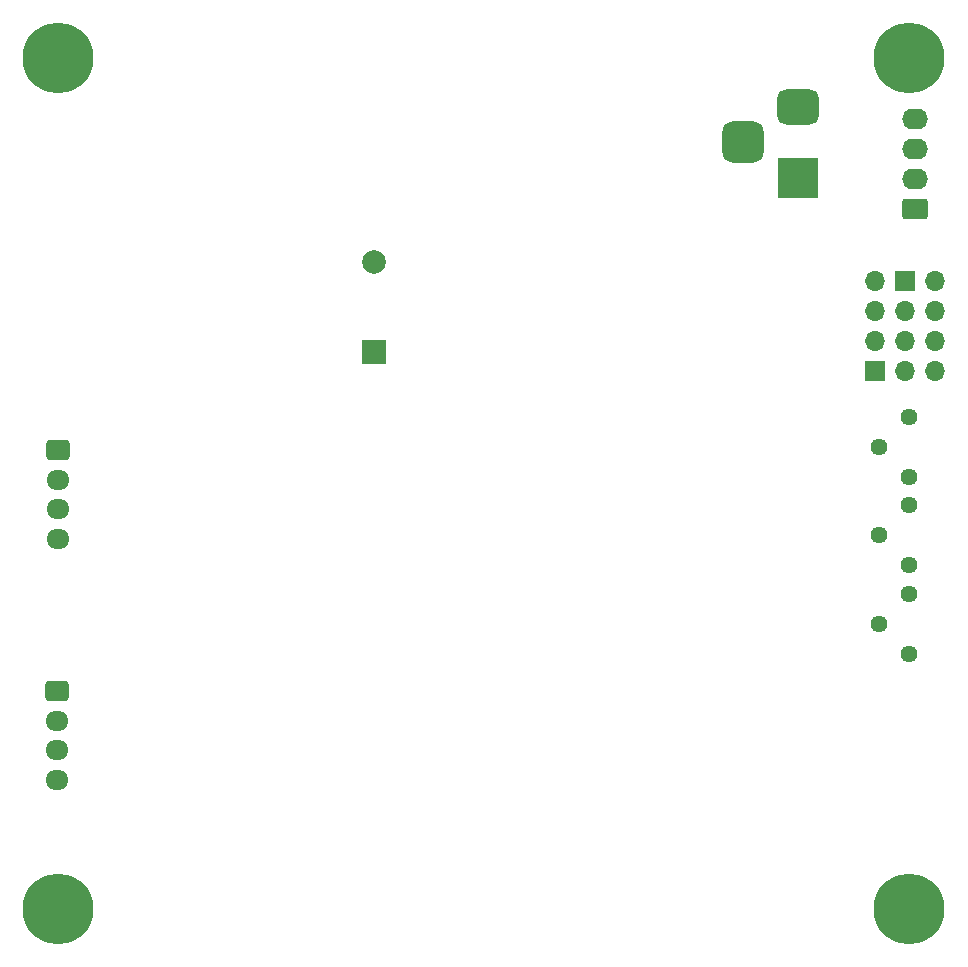
<source format=gbr>
%TF.GenerationSoftware,KiCad,Pcbnew,(6.0.0)*%
%TF.CreationDate,2022-03-02T14:41:02+07:00*%
%TF.ProjectId,balancingRobot_sabaiCode,62616c61-6e63-4696-9e67-526f626f745f,rev?*%
%TF.SameCoordinates,Original*%
%TF.FileFunction,Soldermask,Bot*%
%TF.FilePolarity,Negative*%
%FSLAX46Y46*%
G04 Gerber Fmt 4.6, Leading zero omitted, Abs format (unit mm)*
G04 Created by KiCad (PCBNEW (6.0.0)) date 2022-03-02 14:41:02*
%MOMM*%
%LPD*%
G01*
G04 APERTURE LIST*
G04 Aperture macros list*
%AMRoundRect*
0 Rectangle with rounded corners*
0 $1 Rounding radius*
0 $2 $3 $4 $5 $6 $7 $8 $9 X,Y pos of 4 corners*
0 Add a 4 corners polygon primitive as box body*
4,1,4,$2,$3,$4,$5,$6,$7,$8,$9,$2,$3,0*
0 Add four circle primitives for the rounded corners*
1,1,$1+$1,$2,$3*
1,1,$1+$1,$4,$5*
1,1,$1+$1,$6,$7*
1,1,$1+$1,$8,$9*
0 Add four rect primitives between the rounded corners*
20,1,$1+$1,$2,$3,$4,$5,0*
20,1,$1+$1,$4,$5,$6,$7,0*
20,1,$1+$1,$6,$7,$8,$9,0*
20,1,$1+$1,$8,$9,$2,$3,0*%
G04 Aperture macros list end*
%ADD10R,1.700000X1.700000*%
%ADD11O,1.700000X1.700000*%
%ADD12RoundRect,0.250000X0.845000X-0.620000X0.845000X0.620000X-0.845000X0.620000X-0.845000X-0.620000X0*%
%ADD13O,2.190000X1.740000*%
%ADD14C,6.000000*%
%ADD15C,0.800000*%
%ADD16C,1.440000*%
%ADD17R,2.000000X2.000000*%
%ADD18C,2.000000*%
%ADD19RoundRect,0.250000X-0.725000X0.600000X-0.725000X-0.600000X0.725000X-0.600000X0.725000X0.600000X0*%
%ADD20O,1.950000X1.700000*%
%ADD21R,3.500000X3.500000*%
%ADD22RoundRect,0.750000X-1.000000X0.750000X-1.000000X-0.750000X1.000000X-0.750000X1.000000X0.750000X0*%
%ADD23RoundRect,0.875000X-0.875000X0.875000X-0.875000X-0.875000X0.875000X-0.875000X0.875000X0.875000X0*%
G04 APERTURE END LIST*
D10*
%TO.C,J5*%
X205700000Y-82880000D03*
D11*
X208240000Y-82880000D03*
X205700000Y-85420000D03*
X208240000Y-85420000D03*
X205700000Y-87960000D03*
X208240000Y-87960000D03*
X205700000Y-90500000D03*
X208240000Y-90500000D03*
%TD*%
D10*
%TO.C,J6*%
X203100000Y-90480000D03*
D11*
X203100000Y-87940000D03*
X203100000Y-85400000D03*
X203100000Y-82860000D03*
%TD*%
D12*
%TO.C,J7*%
X206500000Y-76800000D03*
D13*
X206500000Y-74260000D03*
X206500000Y-71720000D03*
X206500000Y-69180000D03*
%TD*%
D14*
%TO.C,H4*%
X134000000Y-136000000D03*
D15*
X136250000Y-136000000D03*
X135590990Y-137590990D03*
X132409010Y-137590990D03*
X134000000Y-138250000D03*
X131750000Y-136000000D03*
X134000000Y-133750000D03*
X135590990Y-134409010D03*
X132409010Y-134409010D03*
%TD*%
D16*
%TO.C,RV5*%
X206025000Y-94375000D03*
X203485000Y-96915000D03*
X206025000Y-99455000D03*
%TD*%
D17*
%TO.C,BZ1*%
X160700000Y-88900000D03*
D18*
X160700000Y-81300000D03*
%TD*%
D19*
%TO.C,J2*%
X133970000Y-97200000D03*
D20*
X133970000Y-99700000D03*
X133970000Y-102200000D03*
X133970000Y-104700000D03*
%TD*%
D21*
%TO.C,J1*%
X196627500Y-74110000D03*
D22*
X196627500Y-68110000D03*
D23*
X191927500Y-71110000D03*
%TD*%
D19*
%TO.C,J3*%
X133900000Y-117600000D03*
D20*
X133900000Y-120100000D03*
X133900000Y-122600000D03*
X133900000Y-125100000D03*
%TD*%
D15*
%TO.C,H3*%
X207590990Y-137590990D03*
X206000000Y-138250000D03*
X207590990Y-134409010D03*
X204409010Y-137590990D03*
X206000000Y-133750000D03*
X204409010Y-134409010D03*
X208250000Y-136000000D03*
D14*
X206000000Y-136000000D03*
D15*
X203750000Y-136000000D03*
%TD*%
D16*
%TO.C,RV4*%
X206025000Y-101875000D03*
X203485000Y-104415000D03*
X206025000Y-106955000D03*
%TD*%
D15*
%TO.C,H1*%
X134000000Y-61750000D03*
X132409010Y-62409010D03*
X135590990Y-62409010D03*
D14*
X134000000Y-64000000D03*
D15*
X135590990Y-65590990D03*
X134000000Y-66250000D03*
X132409010Y-65590990D03*
X131750000Y-64000000D03*
X136250000Y-64000000D03*
%TD*%
D16*
%TO.C,RV3*%
X206025000Y-109375000D03*
X203485000Y-111915000D03*
X206025000Y-114455000D03*
%TD*%
D15*
%TO.C,H2*%
X207590990Y-62409010D03*
D14*
X206000000Y-64000000D03*
D15*
X203750000Y-64000000D03*
X206000000Y-66250000D03*
X204409010Y-65590990D03*
X206000000Y-61750000D03*
X207590990Y-65590990D03*
X204409010Y-62409010D03*
X208250000Y-64000000D03*
%TD*%
M02*

</source>
